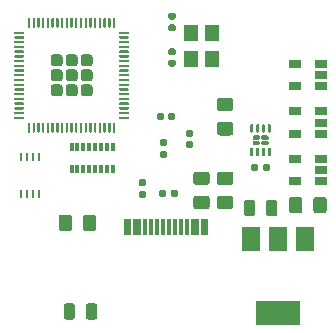
<source format=gbr>
%TF.GenerationSoftware,KiCad,Pcbnew,(5.1.6)-1*%
%TF.CreationDate,2021-01-25T15:06:37+00:00*%
%TF.ProjectId,OpenPnPVis,4f70656e-506e-4505-9669-732e6b696361,003*%
%TF.SameCoordinates,Original*%
%TF.FileFunction,Paste,Bot*%
%TF.FilePolarity,Positive*%
%FSLAX46Y46*%
G04 Gerber Fmt 4.6, Leading zero omitted, Abs format (unit mm)*
G04 Created by KiCad (PCBNEW (5.1.6)-1) date 2021-01-25 15:06:37*
%MOMM*%
%LPD*%
G01*
G04 APERTURE LIST*
%ADD10R,0.250000X0.750000*%
%ADD11R,0.300000X1.450000*%
%ADD12R,1.200000X1.400000*%
%ADD13R,1.060000X0.650000*%
%ADD14R,1.500000X2.000000*%
%ADD15R,3.800000X2.000000*%
%ADD16R,0.300000X0.800000*%
G04 APERTURE END LIST*
D10*
%TO.C,U8*%
X76750000Y-102850000D03*
X77250000Y-102850000D03*
X77750000Y-102850000D03*
X78250000Y-102850000D03*
X78250000Y-99750000D03*
X77750000Y-99750000D03*
X77250000Y-99750000D03*
X76750000Y-99750000D03*
%TD*%
%TO.C,U4*%
G36*
G01*
X97165000Y-98345000D02*
X97585000Y-98345000D01*
G75*
G02*
X97675000Y-98435000I0J-90000D01*
G01*
X97675000Y-98615000D01*
G75*
G02*
X97585000Y-98705000I-90000J0D01*
G01*
X97165000Y-98705000D01*
G75*
G02*
X97075000Y-98615000I0J90000D01*
G01*
X97075000Y-98435000D01*
G75*
G02*
X97165000Y-98345000I90000J0D01*
G01*
G37*
G36*
G01*
X96415000Y-98345000D02*
X96835000Y-98345000D01*
G75*
G02*
X96925000Y-98435000I0J-90000D01*
G01*
X96925000Y-98615000D01*
G75*
G02*
X96835000Y-98705000I-90000J0D01*
G01*
X96415000Y-98705000D01*
G75*
G02*
X96325000Y-98615000I0J90000D01*
G01*
X96325000Y-98435000D01*
G75*
G02*
X96415000Y-98345000I90000J0D01*
G01*
G37*
G36*
G01*
X97165000Y-97895000D02*
X97585000Y-97895000D01*
G75*
G02*
X97675000Y-97985000I0J-90000D01*
G01*
X97675000Y-98165000D01*
G75*
G02*
X97585000Y-98255000I-90000J0D01*
G01*
X97165000Y-98255000D01*
G75*
G02*
X97075000Y-98165000I0J90000D01*
G01*
X97075000Y-97985000D01*
G75*
G02*
X97165000Y-97895000I90000J0D01*
G01*
G37*
G36*
G01*
X96415000Y-97895000D02*
X96835000Y-97895000D01*
G75*
G02*
X96925000Y-97985000I0J-90000D01*
G01*
X96925000Y-98165000D01*
G75*
G02*
X96835000Y-98255000I-90000J0D01*
G01*
X96415000Y-98255000D01*
G75*
G02*
X96325000Y-98165000I0J90000D01*
G01*
X96325000Y-97985000D01*
G75*
G02*
X96415000Y-97895000I90000J0D01*
G01*
G37*
G36*
G01*
X96187500Y-98950000D02*
X96312500Y-98950000D01*
G75*
G02*
X96375000Y-99012500I0J-62500D01*
G01*
X96375000Y-99587500D01*
G75*
G02*
X96312500Y-99650000I-62500J0D01*
G01*
X96187500Y-99650000D01*
G75*
G02*
X96125000Y-99587500I0J62500D01*
G01*
X96125000Y-99012500D01*
G75*
G02*
X96187500Y-98950000I62500J0D01*
G01*
G37*
G36*
G01*
X96687500Y-98950000D02*
X96812500Y-98950000D01*
G75*
G02*
X96875000Y-99012500I0J-62500D01*
G01*
X96875000Y-99587500D01*
G75*
G02*
X96812500Y-99650000I-62500J0D01*
G01*
X96687500Y-99650000D01*
G75*
G02*
X96625000Y-99587500I0J62500D01*
G01*
X96625000Y-99012500D01*
G75*
G02*
X96687500Y-98950000I62500J0D01*
G01*
G37*
G36*
G01*
X97187500Y-98950000D02*
X97312500Y-98950000D01*
G75*
G02*
X97375000Y-99012500I0J-62500D01*
G01*
X97375000Y-99587500D01*
G75*
G02*
X97312500Y-99650000I-62500J0D01*
G01*
X97187500Y-99650000D01*
G75*
G02*
X97125000Y-99587500I0J62500D01*
G01*
X97125000Y-99012500D01*
G75*
G02*
X97187500Y-98950000I62500J0D01*
G01*
G37*
G36*
G01*
X97687500Y-98950000D02*
X97812500Y-98950000D01*
G75*
G02*
X97875000Y-99012500I0J-62500D01*
G01*
X97875000Y-99587500D01*
G75*
G02*
X97812500Y-99650000I-62500J0D01*
G01*
X97687500Y-99650000D01*
G75*
G02*
X97625000Y-99587500I0J62500D01*
G01*
X97625000Y-99012500D01*
G75*
G02*
X97687500Y-98950000I62500J0D01*
G01*
G37*
G36*
G01*
X97687500Y-96950000D02*
X97812500Y-96950000D01*
G75*
G02*
X97875000Y-97012500I0J-62500D01*
G01*
X97875000Y-97587500D01*
G75*
G02*
X97812500Y-97650000I-62500J0D01*
G01*
X97687500Y-97650000D01*
G75*
G02*
X97625000Y-97587500I0J62500D01*
G01*
X97625000Y-97012500D01*
G75*
G02*
X97687500Y-96950000I62500J0D01*
G01*
G37*
G36*
G01*
X97187500Y-96950000D02*
X97312500Y-96950000D01*
G75*
G02*
X97375000Y-97012500I0J-62500D01*
G01*
X97375000Y-97587500D01*
G75*
G02*
X97312500Y-97650000I-62500J0D01*
G01*
X97187500Y-97650000D01*
G75*
G02*
X97125000Y-97587500I0J62500D01*
G01*
X97125000Y-97012500D01*
G75*
G02*
X97187500Y-96950000I62500J0D01*
G01*
G37*
G36*
G01*
X96687500Y-96950000D02*
X96812500Y-96950000D01*
G75*
G02*
X96875000Y-97012500I0J-62500D01*
G01*
X96875000Y-97587500D01*
G75*
G02*
X96812500Y-97650000I-62500J0D01*
G01*
X96687500Y-97650000D01*
G75*
G02*
X96625000Y-97587500I0J62500D01*
G01*
X96625000Y-97012500D01*
G75*
G02*
X96687500Y-96950000I62500J0D01*
G01*
G37*
G36*
G01*
X96187500Y-96950000D02*
X96312500Y-96950000D01*
G75*
G02*
X96375000Y-97012500I0J-62500D01*
G01*
X96375000Y-97587500D01*
G75*
G02*
X96312500Y-97650000I-62500J0D01*
G01*
X96187500Y-97650000D01*
G75*
G02*
X96125000Y-97587500I0J62500D01*
G01*
X96125000Y-97012500D01*
G75*
G02*
X96187500Y-96950000I62500J0D01*
G01*
G37*
%TD*%
%TO.C,R1*%
G36*
G01*
X96810000Y-100427500D02*
X96810000Y-100772500D01*
G75*
G02*
X96662500Y-100920000I-147500J0D01*
G01*
X96367500Y-100920000D01*
G75*
G02*
X96220000Y-100772500I0J147500D01*
G01*
X96220000Y-100427500D01*
G75*
G02*
X96367500Y-100280000I147500J0D01*
G01*
X96662500Y-100280000D01*
G75*
G02*
X96810000Y-100427500I0J-147500D01*
G01*
G37*
G36*
G01*
X97780000Y-100427500D02*
X97780000Y-100772500D01*
G75*
G02*
X97632500Y-100920000I-147500J0D01*
G01*
X97337500Y-100920000D01*
G75*
G02*
X97190000Y-100772500I0J147500D01*
G01*
X97190000Y-100427500D01*
G75*
G02*
X97337500Y-100280000I147500J0D01*
G01*
X97632500Y-100280000D01*
G75*
G02*
X97780000Y-100427500I0J-147500D01*
G01*
G37*
%TD*%
D11*
%TO.C,J4*%
X85600000Y-105605000D03*
X85900000Y-105605000D03*
X86400000Y-105605000D03*
X86700000Y-105605000D03*
X91300000Y-105605000D03*
X91600000Y-105605000D03*
X92400000Y-105605000D03*
X92100000Y-105605000D03*
X90750000Y-105605000D03*
X87250000Y-105605000D03*
X90250000Y-105605000D03*
X87750000Y-105605000D03*
X89750000Y-105605000D03*
X88250000Y-105605000D03*
X88750000Y-105605000D03*
X89250000Y-105605000D03*
%TD*%
%TO.C,C7*%
G36*
G01*
X81050000Y-104849999D02*
X81050000Y-105750001D01*
G75*
G02*
X80800001Y-106000000I-249999J0D01*
G01*
X80149999Y-106000000D01*
G75*
G02*
X79900000Y-105750001I0J249999D01*
G01*
X79900000Y-104849999D01*
G75*
G02*
X80149999Y-104600000I249999J0D01*
G01*
X80800001Y-104600000D01*
G75*
G02*
X81050000Y-104849999I0J-249999D01*
G01*
G37*
G36*
G01*
X83100000Y-104849999D02*
X83100000Y-105750001D01*
G75*
G02*
X82850001Y-106000000I-249999J0D01*
G01*
X82199999Y-106000000D01*
G75*
G02*
X81950000Y-105750001I0J249999D01*
G01*
X81950000Y-104849999D01*
G75*
G02*
X82199999Y-104600000I249999J0D01*
G01*
X82850001Y-104600000D01*
G75*
G02*
X83100000Y-104849999I0J-249999D01*
G01*
G37*
%TD*%
D12*
%TO.C,Y1*%
X92850000Y-91400000D03*
X92850000Y-89200000D03*
X91150000Y-89200000D03*
X91150000Y-91400000D03*
%TD*%
D13*
%TO.C,U10*%
X99900000Y-99850000D03*
X99900000Y-101750000D03*
X102100000Y-101750000D03*
X102100000Y-100800000D03*
X102100000Y-99850000D03*
%TD*%
%TO.C,U9*%
X99900000Y-95850000D03*
X99900000Y-97750000D03*
X102100000Y-97750000D03*
X102100000Y-96800000D03*
X102100000Y-95850000D03*
%TD*%
%TO.C,U7*%
X99900000Y-91850000D03*
X99900000Y-93750000D03*
X102100000Y-93750000D03*
X102100000Y-92800000D03*
X102100000Y-91850000D03*
%TD*%
%TO.C,U3*%
G36*
G01*
X82009999Y-93560000D02*
X82530001Y-93560000D01*
G75*
G02*
X82780000Y-93809999I0J-249999D01*
G01*
X82780000Y-94330001D01*
G75*
G02*
X82530001Y-94580000I-249999J0D01*
G01*
X82009999Y-94580000D01*
G75*
G02*
X81760000Y-94330001I0J249999D01*
G01*
X81760000Y-93809999D01*
G75*
G02*
X82009999Y-93560000I249999J0D01*
G01*
G37*
G36*
G01*
X80739999Y-93560000D02*
X81260001Y-93560000D01*
G75*
G02*
X81510000Y-93809999I0J-249999D01*
G01*
X81510000Y-94330001D01*
G75*
G02*
X81260001Y-94580000I-249999J0D01*
G01*
X80739999Y-94580000D01*
G75*
G02*
X80490000Y-94330001I0J249999D01*
G01*
X80490000Y-93809999D01*
G75*
G02*
X80739999Y-93560000I249999J0D01*
G01*
G37*
G36*
G01*
X79469999Y-93560000D02*
X79990001Y-93560000D01*
G75*
G02*
X80240000Y-93809999I0J-249999D01*
G01*
X80240000Y-94330001D01*
G75*
G02*
X79990001Y-94580000I-249999J0D01*
G01*
X79469999Y-94580000D01*
G75*
G02*
X79220000Y-94330001I0J249999D01*
G01*
X79220000Y-93809999D01*
G75*
G02*
X79469999Y-93560000I249999J0D01*
G01*
G37*
G36*
G01*
X82009999Y-92290000D02*
X82530001Y-92290000D01*
G75*
G02*
X82780000Y-92539999I0J-249999D01*
G01*
X82780000Y-93060001D01*
G75*
G02*
X82530001Y-93310000I-249999J0D01*
G01*
X82009999Y-93310000D01*
G75*
G02*
X81760000Y-93060001I0J249999D01*
G01*
X81760000Y-92539999D01*
G75*
G02*
X82009999Y-92290000I249999J0D01*
G01*
G37*
G36*
G01*
X80739999Y-92290000D02*
X81260001Y-92290000D01*
G75*
G02*
X81510000Y-92539999I0J-249999D01*
G01*
X81510000Y-93060001D01*
G75*
G02*
X81260001Y-93310000I-249999J0D01*
G01*
X80739999Y-93310000D01*
G75*
G02*
X80490000Y-93060001I0J249999D01*
G01*
X80490000Y-92539999D01*
G75*
G02*
X80739999Y-92290000I249999J0D01*
G01*
G37*
G36*
G01*
X79469999Y-92290000D02*
X79990001Y-92290000D01*
G75*
G02*
X80240000Y-92539999I0J-249999D01*
G01*
X80240000Y-93060001D01*
G75*
G02*
X79990001Y-93310000I-249999J0D01*
G01*
X79469999Y-93310000D01*
G75*
G02*
X79220000Y-93060001I0J249999D01*
G01*
X79220000Y-92539999D01*
G75*
G02*
X79469999Y-92290000I249999J0D01*
G01*
G37*
G36*
G01*
X82009999Y-91020000D02*
X82530001Y-91020000D01*
G75*
G02*
X82780000Y-91269999I0J-249999D01*
G01*
X82780000Y-91790001D01*
G75*
G02*
X82530001Y-92040000I-249999J0D01*
G01*
X82009999Y-92040000D01*
G75*
G02*
X81760000Y-91790001I0J249999D01*
G01*
X81760000Y-91269999D01*
G75*
G02*
X82009999Y-91020000I249999J0D01*
G01*
G37*
G36*
G01*
X80739999Y-91020000D02*
X81260001Y-91020000D01*
G75*
G02*
X81510000Y-91269999I0J-249999D01*
G01*
X81510000Y-91790001D01*
G75*
G02*
X81260001Y-92040000I-249999J0D01*
G01*
X80739999Y-92040000D01*
G75*
G02*
X80490000Y-91790001I0J249999D01*
G01*
X80490000Y-91269999D01*
G75*
G02*
X80739999Y-91020000I249999J0D01*
G01*
G37*
G36*
G01*
X79469999Y-91020000D02*
X79990001Y-91020000D01*
G75*
G02*
X80240000Y-91269999I0J-249999D01*
G01*
X80240000Y-91790001D01*
G75*
G02*
X79990001Y-92040000I-249999J0D01*
G01*
X79469999Y-92040000D01*
G75*
G02*
X79220000Y-91790001I0J249999D01*
G01*
X79220000Y-91269999D01*
G75*
G02*
X79469999Y-91020000I249999J0D01*
G01*
G37*
G36*
G01*
X76200000Y-89100000D02*
X76925000Y-89100000D01*
G75*
G02*
X76975000Y-89150000I0J-50000D01*
G01*
X76975000Y-89250000D01*
G75*
G02*
X76925000Y-89300000I-50000J0D01*
G01*
X76200000Y-89300000D01*
G75*
G02*
X76150000Y-89250000I0J50000D01*
G01*
X76150000Y-89150000D01*
G75*
G02*
X76200000Y-89100000I50000J0D01*
G01*
G37*
G36*
G01*
X76200000Y-89500000D02*
X76925000Y-89500000D01*
G75*
G02*
X76975000Y-89550000I0J-50000D01*
G01*
X76975000Y-89650000D01*
G75*
G02*
X76925000Y-89700000I-50000J0D01*
G01*
X76200000Y-89700000D01*
G75*
G02*
X76150000Y-89650000I0J50000D01*
G01*
X76150000Y-89550000D01*
G75*
G02*
X76200000Y-89500000I50000J0D01*
G01*
G37*
G36*
G01*
X76200000Y-89900000D02*
X76925000Y-89900000D01*
G75*
G02*
X76975000Y-89950000I0J-50000D01*
G01*
X76975000Y-90050000D01*
G75*
G02*
X76925000Y-90100000I-50000J0D01*
G01*
X76200000Y-90100000D01*
G75*
G02*
X76150000Y-90050000I0J50000D01*
G01*
X76150000Y-89950000D01*
G75*
G02*
X76200000Y-89900000I50000J0D01*
G01*
G37*
G36*
G01*
X76200000Y-90300000D02*
X76925000Y-90300000D01*
G75*
G02*
X76975000Y-90350000I0J-50000D01*
G01*
X76975000Y-90450000D01*
G75*
G02*
X76925000Y-90500000I-50000J0D01*
G01*
X76200000Y-90500000D01*
G75*
G02*
X76150000Y-90450000I0J50000D01*
G01*
X76150000Y-90350000D01*
G75*
G02*
X76200000Y-90300000I50000J0D01*
G01*
G37*
G36*
G01*
X76200000Y-90700000D02*
X76925000Y-90700000D01*
G75*
G02*
X76975000Y-90750000I0J-50000D01*
G01*
X76975000Y-90850000D01*
G75*
G02*
X76925000Y-90900000I-50000J0D01*
G01*
X76200000Y-90900000D01*
G75*
G02*
X76150000Y-90850000I0J50000D01*
G01*
X76150000Y-90750000D01*
G75*
G02*
X76200000Y-90700000I50000J0D01*
G01*
G37*
G36*
G01*
X76200000Y-91100000D02*
X76925000Y-91100000D01*
G75*
G02*
X76975000Y-91150000I0J-50000D01*
G01*
X76975000Y-91250000D01*
G75*
G02*
X76925000Y-91300000I-50000J0D01*
G01*
X76200000Y-91300000D01*
G75*
G02*
X76150000Y-91250000I0J50000D01*
G01*
X76150000Y-91150000D01*
G75*
G02*
X76200000Y-91100000I50000J0D01*
G01*
G37*
G36*
G01*
X76200000Y-91500000D02*
X76925000Y-91500000D01*
G75*
G02*
X76975000Y-91550000I0J-50000D01*
G01*
X76975000Y-91650000D01*
G75*
G02*
X76925000Y-91700000I-50000J0D01*
G01*
X76200000Y-91700000D01*
G75*
G02*
X76150000Y-91650000I0J50000D01*
G01*
X76150000Y-91550000D01*
G75*
G02*
X76200000Y-91500000I50000J0D01*
G01*
G37*
G36*
G01*
X76200000Y-91900000D02*
X76925000Y-91900000D01*
G75*
G02*
X76975000Y-91950000I0J-50000D01*
G01*
X76975000Y-92050000D01*
G75*
G02*
X76925000Y-92100000I-50000J0D01*
G01*
X76200000Y-92100000D01*
G75*
G02*
X76150000Y-92050000I0J50000D01*
G01*
X76150000Y-91950000D01*
G75*
G02*
X76200000Y-91900000I50000J0D01*
G01*
G37*
G36*
G01*
X76200000Y-92300000D02*
X76925000Y-92300000D01*
G75*
G02*
X76975000Y-92350000I0J-50000D01*
G01*
X76975000Y-92450000D01*
G75*
G02*
X76925000Y-92500000I-50000J0D01*
G01*
X76200000Y-92500000D01*
G75*
G02*
X76150000Y-92450000I0J50000D01*
G01*
X76150000Y-92350000D01*
G75*
G02*
X76200000Y-92300000I50000J0D01*
G01*
G37*
G36*
G01*
X76200000Y-92700000D02*
X76925000Y-92700000D01*
G75*
G02*
X76975000Y-92750000I0J-50000D01*
G01*
X76975000Y-92850000D01*
G75*
G02*
X76925000Y-92900000I-50000J0D01*
G01*
X76200000Y-92900000D01*
G75*
G02*
X76150000Y-92850000I0J50000D01*
G01*
X76150000Y-92750000D01*
G75*
G02*
X76200000Y-92700000I50000J0D01*
G01*
G37*
G36*
G01*
X76200000Y-93100000D02*
X76925000Y-93100000D01*
G75*
G02*
X76975000Y-93150000I0J-50000D01*
G01*
X76975000Y-93250000D01*
G75*
G02*
X76925000Y-93300000I-50000J0D01*
G01*
X76200000Y-93300000D01*
G75*
G02*
X76150000Y-93250000I0J50000D01*
G01*
X76150000Y-93150000D01*
G75*
G02*
X76200000Y-93100000I50000J0D01*
G01*
G37*
G36*
G01*
X76200000Y-93500000D02*
X76925000Y-93500000D01*
G75*
G02*
X76975000Y-93550000I0J-50000D01*
G01*
X76975000Y-93650000D01*
G75*
G02*
X76925000Y-93700000I-50000J0D01*
G01*
X76200000Y-93700000D01*
G75*
G02*
X76150000Y-93650000I0J50000D01*
G01*
X76150000Y-93550000D01*
G75*
G02*
X76200000Y-93500000I50000J0D01*
G01*
G37*
G36*
G01*
X76200000Y-93900000D02*
X76925000Y-93900000D01*
G75*
G02*
X76975000Y-93950000I0J-50000D01*
G01*
X76975000Y-94050000D01*
G75*
G02*
X76925000Y-94100000I-50000J0D01*
G01*
X76200000Y-94100000D01*
G75*
G02*
X76150000Y-94050000I0J50000D01*
G01*
X76150000Y-93950000D01*
G75*
G02*
X76200000Y-93900000I50000J0D01*
G01*
G37*
G36*
G01*
X76200000Y-94300000D02*
X76925000Y-94300000D01*
G75*
G02*
X76975000Y-94350000I0J-50000D01*
G01*
X76975000Y-94450000D01*
G75*
G02*
X76925000Y-94500000I-50000J0D01*
G01*
X76200000Y-94500000D01*
G75*
G02*
X76150000Y-94450000I0J50000D01*
G01*
X76150000Y-94350000D01*
G75*
G02*
X76200000Y-94300000I50000J0D01*
G01*
G37*
G36*
G01*
X76200000Y-94700000D02*
X76925000Y-94700000D01*
G75*
G02*
X76975000Y-94750000I0J-50000D01*
G01*
X76975000Y-94850000D01*
G75*
G02*
X76925000Y-94900000I-50000J0D01*
G01*
X76200000Y-94900000D01*
G75*
G02*
X76150000Y-94850000I0J50000D01*
G01*
X76150000Y-94750000D01*
G75*
G02*
X76200000Y-94700000I50000J0D01*
G01*
G37*
G36*
G01*
X76200000Y-95100000D02*
X76925000Y-95100000D01*
G75*
G02*
X76975000Y-95150000I0J-50000D01*
G01*
X76975000Y-95250000D01*
G75*
G02*
X76925000Y-95300000I-50000J0D01*
G01*
X76200000Y-95300000D01*
G75*
G02*
X76150000Y-95250000I0J50000D01*
G01*
X76150000Y-95150000D01*
G75*
G02*
X76200000Y-95100000I50000J0D01*
G01*
G37*
G36*
G01*
X76200000Y-95500000D02*
X76925000Y-95500000D01*
G75*
G02*
X76975000Y-95550000I0J-50000D01*
G01*
X76975000Y-95650000D01*
G75*
G02*
X76925000Y-95700000I-50000J0D01*
G01*
X76200000Y-95700000D01*
G75*
G02*
X76150000Y-95650000I0J50000D01*
G01*
X76150000Y-95550000D01*
G75*
G02*
X76200000Y-95500000I50000J0D01*
G01*
G37*
G36*
G01*
X76200000Y-95900000D02*
X76925000Y-95900000D01*
G75*
G02*
X76975000Y-95950000I0J-50000D01*
G01*
X76975000Y-96050000D01*
G75*
G02*
X76925000Y-96100000I-50000J0D01*
G01*
X76200000Y-96100000D01*
G75*
G02*
X76150000Y-96050000I0J50000D01*
G01*
X76150000Y-95950000D01*
G75*
G02*
X76200000Y-95900000I50000J0D01*
G01*
G37*
G36*
G01*
X76200000Y-96300000D02*
X76925000Y-96300000D01*
G75*
G02*
X76975000Y-96350000I0J-50000D01*
G01*
X76975000Y-96450000D01*
G75*
G02*
X76925000Y-96500000I-50000J0D01*
G01*
X76200000Y-96500000D01*
G75*
G02*
X76150000Y-96450000I0J50000D01*
G01*
X76150000Y-96350000D01*
G75*
G02*
X76200000Y-96300000I50000J0D01*
G01*
G37*
G36*
G01*
X77350000Y-96825000D02*
X77450000Y-96825000D01*
G75*
G02*
X77500000Y-96875000I0J-50000D01*
G01*
X77500000Y-97600000D01*
G75*
G02*
X77450000Y-97650000I-50000J0D01*
G01*
X77350000Y-97650000D01*
G75*
G02*
X77300000Y-97600000I0J50000D01*
G01*
X77300000Y-96875000D01*
G75*
G02*
X77350000Y-96825000I50000J0D01*
G01*
G37*
G36*
G01*
X77750000Y-96825000D02*
X77850000Y-96825000D01*
G75*
G02*
X77900000Y-96875000I0J-50000D01*
G01*
X77900000Y-97600000D01*
G75*
G02*
X77850000Y-97650000I-50000J0D01*
G01*
X77750000Y-97650000D01*
G75*
G02*
X77700000Y-97600000I0J50000D01*
G01*
X77700000Y-96875000D01*
G75*
G02*
X77750000Y-96825000I50000J0D01*
G01*
G37*
G36*
G01*
X78150000Y-96825000D02*
X78250000Y-96825000D01*
G75*
G02*
X78300000Y-96875000I0J-50000D01*
G01*
X78300000Y-97600000D01*
G75*
G02*
X78250000Y-97650000I-50000J0D01*
G01*
X78150000Y-97650000D01*
G75*
G02*
X78100000Y-97600000I0J50000D01*
G01*
X78100000Y-96875000D01*
G75*
G02*
X78150000Y-96825000I50000J0D01*
G01*
G37*
G36*
G01*
X78550000Y-96825000D02*
X78650000Y-96825000D01*
G75*
G02*
X78700000Y-96875000I0J-50000D01*
G01*
X78700000Y-97600000D01*
G75*
G02*
X78650000Y-97650000I-50000J0D01*
G01*
X78550000Y-97650000D01*
G75*
G02*
X78500000Y-97600000I0J50000D01*
G01*
X78500000Y-96875000D01*
G75*
G02*
X78550000Y-96825000I50000J0D01*
G01*
G37*
G36*
G01*
X78950000Y-96825000D02*
X79050000Y-96825000D01*
G75*
G02*
X79100000Y-96875000I0J-50000D01*
G01*
X79100000Y-97600000D01*
G75*
G02*
X79050000Y-97650000I-50000J0D01*
G01*
X78950000Y-97650000D01*
G75*
G02*
X78900000Y-97600000I0J50000D01*
G01*
X78900000Y-96875000D01*
G75*
G02*
X78950000Y-96825000I50000J0D01*
G01*
G37*
G36*
G01*
X79350000Y-96825000D02*
X79450000Y-96825000D01*
G75*
G02*
X79500000Y-96875000I0J-50000D01*
G01*
X79500000Y-97600000D01*
G75*
G02*
X79450000Y-97650000I-50000J0D01*
G01*
X79350000Y-97650000D01*
G75*
G02*
X79300000Y-97600000I0J50000D01*
G01*
X79300000Y-96875000D01*
G75*
G02*
X79350000Y-96825000I50000J0D01*
G01*
G37*
G36*
G01*
X79750000Y-96825000D02*
X79850000Y-96825000D01*
G75*
G02*
X79900000Y-96875000I0J-50000D01*
G01*
X79900000Y-97600000D01*
G75*
G02*
X79850000Y-97650000I-50000J0D01*
G01*
X79750000Y-97650000D01*
G75*
G02*
X79700000Y-97600000I0J50000D01*
G01*
X79700000Y-96875000D01*
G75*
G02*
X79750000Y-96825000I50000J0D01*
G01*
G37*
G36*
G01*
X80150000Y-96825000D02*
X80250000Y-96825000D01*
G75*
G02*
X80300000Y-96875000I0J-50000D01*
G01*
X80300000Y-97600000D01*
G75*
G02*
X80250000Y-97650000I-50000J0D01*
G01*
X80150000Y-97650000D01*
G75*
G02*
X80100000Y-97600000I0J50000D01*
G01*
X80100000Y-96875000D01*
G75*
G02*
X80150000Y-96825000I50000J0D01*
G01*
G37*
G36*
G01*
X80550000Y-96825000D02*
X80650000Y-96825000D01*
G75*
G02*
X80700000Y-96875000I0J-50000D01*
G01*
X80700000Y-97600000D01*
G75*
G02*
X80650000Y-97650000I-50000J0D01*
G01*
X80550000Y-97650000D01*
G75*
G02*
X80500000Y-97600000I0J50000D01*
G01*
X80500000Y-96875000D01*
G75*
G02*
X80550000Y-96825000I50000J0D01*
G01*
G37*
G36*
G01*
X80950000Y-96825000D02*
X81050000Y-96825000D01*
G75*
G02*
X81100000Y-96875000I0J-50000D01*
G01*
X81100000Y-97600000D01*
G75*
G02*
X81050000Y-97650000I-50000J0D01*
G01*
X80950000Y-97650000D01*
G75*
G02*
X80900000Y-97600000I0J50000D01*
G01*
X80900000Y-96875000D01*
G75*
G02*
X80950000Y-96825000I50000J0D01*
G01*
G37*
G36*
G01*
X81350000Y-96825000D02*
X81450000Y-96825000D01*
G75*
G02*
X81500000Y-96875000I0J-50000D01*
G01*
X81500000Y-97600000D01*
G75*
G02*
X81450000Y-97650000I-50000J0D01*
G01*
X81350000Y-97650000D01*
G75*
G02*
X81300000Y-97600000I0J50000D01*
G01*
X81300000Y-96875000D01*
G75*
G02*
X81350000Y-96825000I50000J0D01*
G01*
G37*
G36*
G01*
X81750000Y-96825000D02*
X81850000Y-96825000D01*
G75*
G02*
X81900000Y-96875000I0J-50000D01*
G01*
X81900000Y-97600000D01*
G75*
G02*
X81850000Y-97650000I-50000J0D01*
G01*
X81750000Y-97650000D01*
G75*
G02*
X81700000Y-97600000I0J50000D01*
G01*
X81700000Y-96875000D01*
G75*
G02*
X81750000Y-96825000I50000J0D01*
G01*
G37*
G36*
G01*
X82150000Y-96825000D02*
X82250000Y-96825000D01*
G75*
G02*
X82300000Y-96875000I0J-50000D01*
G01*
X82300000Y-97600000D01*
G75*
G02*
X82250000Y-97650000I-50000J0D01*
G01*
X82150000Y-97650000D01*
G75*
G02*
X82100000Y-97600000I0J50000D01*
G01*
X82100000Y-96875000D01*
G75*
G02*
X82150000Y-96825000I50000J0D01*
G01*
G37*
G36*
G01*
X82550000Y-96825000D02*
X82650000Y-96825000D01*
G75*
G02*
X82700000Y-96875000I0J-50000D01*
G01*
X82700000Y-97600000D01*
G75*
G02*
X82650000Y-97650000I-50000J0D01*
G01*
X82550000Y-97650000D01*
G75*
G02*
X82500000Y-97600000I0J50000D01*
G01*
X82500000Y-96875000D01*
G75*
G02*
X82550000Y-96825000I50000J0D01*
G01*
G37*
G36*
G01*
X82950000Y-96825000D02*
X83050000Y-96825000D01*
G75*
G02*
X83100000Y-96875000I0J-50000D01*
G01*
X83100000Y-97600000D01*
G75*
G02*
X83050000Y-97650000I-50000J0D01*
G01*
X82950000Y-97650000D01*
G75*
G02*
X82900000Y-97600000I0J50000D01*
G01*
X82900000Y-96875000D01*
G75*
G02*
X82950000Y-96825000I50000J0D01*
G01*
G37*
G36*
G01*
X83350000Y-96825000D02*
X83450000Y-96825000D01*
G75*
G02*
X83500000Y-96875000I0J-50000D01*
G01*
X83500000Y-97600000D01*
G75*
G02*
X83450000Y-97650000I-50000J0D01*
G01*
X83350000Y-97650000D01*
G75*
G02*
X83300000Y-97600000I0J50000D01*
G01*
X83300000Y-96875000D01*
G75*
G02*
X83350000Y-96825000I50000J0D01*
G01*
G37*
G36*
G01*
X83750000Y-96825000D02*
X83850000Y-96825000D01*
G75*
G02*
X83900000Y-96875000I0J-50000D01*
G01*
X83900000Y-97600000D01*
G75*
G02*
X83850000Y-97650000I-50000J0D01*
G01*
X83750000Y-97650000D01*
G75*
G02*
X83700000Y-97600000I0J50000D01*
G01*
X83700000Y-96875000D01*
G75*
G02*
X83750000Y-96825000I50000J0D01*
G01*
G37*
G36*
G01*
X84150000Y-96825000D02*
X84250000Y-96825000D01*
G75*
G02*
X84300000Y-96875000I0J-50000D01*
G01*
X84300000Y-97600000D01*
G75*
G02*
X84250000Y-97650000I-50000J0D01*
G01*
X84150000Y-97650000D01*
G75*
G02*
X84100000Y-97600000I0J50000D01*
G01*
X84100000Y-96875000D01*
G75*
G02*
X84150000Y-96825000I50000J0D01*
G01*
G37*
G36*
G01*
X84550000Y-96825000D02*
X84650000Y-96825000D01*
G75*
G02*
X84700000Y-96875000I0J-50000D01*
G01*
X84700000Y-97600000D01*
G75*
G02*
X84650000Y-97650000I-50000J0D01*
G01*
X84550000Y-97650000D01*
G75*
G02*
X84500000Y-97600000I0J50000D01*
G01*
X84500000Y-96875000D01*
G75*
G02*
X84550000Y-96825000I50000J0D01*
G01*
G37*
G36*
G01*
X85075000Y-96300000D02*
X85800000Y-96300000D01*
G75*
G02*
X85850000Y-96350000I0J-50000D01*
G01*
X85850000Y-96450000D01*
G75*
G02*
X85800000Y-96500000I-50000J0D01*
G01*
X85075000Y-96500000D01*
G75*
G02*
X85025000Y-96450000I0J50000D01*
G01*
X85025000Y-96350000D01*
G75*
G02*
X85075000Y-96300000I50000J0D01*
G01*
G37*
G36*
G01*
X85075000Y-95900000D02*
X85800000Y-95900000D01*
G75*
G02*
X85850000Y-95950000I0J-50000D01*
G01*
X85850000Y-96050000D01*
G75*
G02*
X85800000Y-96100000I-50000J0D01*
G01*
X85075000Y-96100000D01*
G75*
G02*
X85025000Y-96050000I0J50000D01*
G01*
X85025000Y-95950000D01*
G75*
G02*
X85075000Y-95900000I50000J0D01*
G01*
G37*
G36*
G01*
X85075000Y-95500000D02*
X85800000Y-95500000D01*
G75*
G02*
X85850000Y-95550000I0J-50000D01*
G01*
X85850000Y-95650000D01*
G75*
G02*
X85800000Y-95700000I-50000J0D01*
G01*
X85075000Y-95700000D01*
G75*
G02*
X85025000Y-95650000I0J50000D01*
G01*
X85025000Y-95550000D01*
G75*
G02*
X85075000Y-95500000I50000J0D01*
G01*
G37*
G36*
G01*
X85075000Y-95100000D02*
X85800000Y-95100000D01*
G75*
G02*
X85850000Y-95150000I0J-50000D01*
G01*
X85850000Y-95250000D01*
G75*
G02*
X85800000Y-95300000I-50000J0D01*
G01*
X85075000Y-95300000D01*
G75*
G02*
X85025000Y-95250000I0J50000D01*
G01*
X85025000Y-95150000D01*
G75*
G02*
X85075000Y-95100000I50000J0D01*
G01*
G37*
G36*
G01*
X85075000Y-94700000D02*
X85800000Y-94700000D01*
G75*
G02*
X85850000Y-94750000I0J-50000D01*
G01*
X85850000Y-94850000D01*
G75*
G02*
X85800000Y-94900000I-50000J0D01*
G01*
X85075000Y-94900000D01*
G75*
G02*
X85025000Y-94850000I0J50000D01*
G01*
X85025000Y-94750000D01*
G75*
G02*
X85075000Y-94700000I50000J0D01*
G01*
G37*
G36*
G01*
X85075000Y-94300000D02*
X85800000Y-94300000D01*
G75*
G02*
X85850000Y-94350000I0J-50000D01*
G01*
X85850000Y-94450000D01*
G75*
G02*
X85800000Y-94500000I-50000J0D01*
G01*
X85075000Y-94500000D01*
G75*
G02*
X85025000Y-94450000I0J50000D01*
G01*
X85025000Y-94350000D01*
G75*
G02*
X85075000Y-94300000I50000J0D01*
G01*
G37*
G36*
G01*
X85075000Y-93900000D02*
X85800000Y-93900000D01*
G75*
G02*
X85850000Y-93950000I0J-50000D01*
G01*
X85850000Y-94050000D01*
G75*
G02*
X85800000Y-94100000I-50000J0D01*
G01*
X85075000Y-94100000D01*
G75*
G02*
X85025000Y-94050000I0J50000D01*
G01*
X85025000Y-93950000D01*
G75*
G02*
X85075000Y-93900000I50000J0D01*
G01*
G37*
G36*
G01*
X85075000Y-93500000D02*
X85800000Y-93500000D01*
G75*
G02*
X85850000Y-93550000I0J-50000D01*
G01*
X85850000Y-93650000D01*
G75*
G02*
X85800000Y-93700000I-50000J0D01*
G01*
X85075000Y-93700000D01*
G75*
G02*
X85025000Y-93650000I0J50000D01*
G01*
X85025000Y-93550000D01*
G75*
G02*
X85075000Y-93500000I50000J0D01*
G01*
G37*
G36*
G01*
X85075000Y-93100000D02*
X85800000Y-93100000D01*
G75*
G02*
X85850000Y-93150000I0J-50000D01*
G01*
X85850000Y-93250000D01*
G75*
G02*
X85800000Y-93300000I-50000J0D01*
G01*
X85075000Y-93300000D01*
G75*
G02*
X85025000Y-93250000I0J50000D01*
G01*
X85025000Y-93150000D01*
G75*
G02*
X85075000Y-93100000I50000J0D01*
G01*
G37*
G36*
G01*
X85075000Y-92700000D02*
X85800000Y-92700000D01*
G75*
G02*
X85850000Y-92750000I0J-50000D01*
G01*
X85850000Y-92850000D01*
G75*
G02*
X85800000Y-92900000I-50000J0D01*
G01*
X85075000Y-92900000D01*
G75*
G02*
X85025000Y-92850000I0J50000D01*
G01*
X85025000Y-92750000D01*
G75*
G02*
X85075000Y-92700000I50000J0D01*
G01*
G37*
G36*
G01*
X85075000Y-92300000D02*
X85800000Y-92300000D01*
G75*
G02*
X85850000Y-92350000I0J-50000D01*
G01*
X85850000Y-92450000D01*
G75*
G02*
X85800000Y-92500000I-50000J0D01*
G01*
X85075000Y-92500000D01*
G75*
G02*
X85025000Y-92450000I0J50000D01*
G01*
X85025000Y-92350000D01*
G75*
G02*
X85075000Y-92300000I50000J0D01*
G01*
G37*
G36*
G01*
X85075000Y-91900000D02*
X85800000Y-91900000D01*
G75*
G02*
X85850000Y-91950000I0J-50000D01*
G01*
X85850000Y-92050000D01*
G75*
G02*
X85800000Y-92100000I-50000J0D01*
G01*
X85075000Y-92100000D01*
G75*
G02*
X85025000Y-92050000I0J50000D01*
G01*
X85025000Y-91950000D01*
G75*
G02*
X85075000Y-91900000I50000J0D01*
G01*
G37*
G36*
G01*
X85075000Y-91500000D02*
X85800000Y-91500000D01*
G75*
G02*
X85850000Y-91550000I0J-50000D01*
G01*
X85850000Y-91650000D01*
G75*
G02*
X85800000Y-91700000I-50000J0D01*
G01*
X85075000Y-91700000D01*
G75*
G02*
X85025000Y-91650000I0J50000D01*
G01*
X85025000Y-91550000D01*
G75*
G02*
X85075000Y-91500000I50000J0D01*
G01*
G37*
G36*
G01*
X85075000Y-91100000D02*
X85800000Y-91100000D01*
G75*
G02*
X85850000Y-91150000I0J-50000D01*
G01*
X85850000Y-91250000D01*
G75*
G02*
X85800000Y-91300000I-50000J0D01*
G01*
X85075000Y-91300000D01*
G75*
G02*
X85025000Y-91250000I0J50000D01*
G01*
X85025000Y-91150000D01*
G75*
G02*
X85075000Y-91100000I50000J0D01*
G01*
G37*
G36*
G01*
X85075000Y-90700000D02*
X85800000Y-90700000D01*
G75*
G02*
X85850000Y-90750000I0J-50000D01*
G01*
X85850000Y-90850000D01*
G75*
G02*
X85800000Y-90900000I-50000J0D01*
G01*
X85075000Y-90900000D01*
G75*
G02*
X85025000Y-90850000I0J50000D01*
G01*
X85025000Y-90750000D01*
G75*
G02*
X85075000Y-90700000I50000J0D01*
G01*
G37*
G36*
G01*
X85075000Y-90300000D02*
X85800000Y-90300000D01*
G75*
G02*
X85850000Y-90350000I0J-50000D01*
G01*
X85850000Y-90450000D01*
G75*
G02*
X85800000Y-90500000I-50000J0D01*
G01*
X85075000Y-90500000D01*
G75*
G02*
X85025000Y-90450000I0J50000D01*
G01*
X85025000Y-90350000D01*
G75*
G02*
X85075000Y-90300000I50000J0D01*
G01*
G37*
G36*
G01*
X85075000Y-89900000D02*
X85800000Y-89900000D01*
G75*
G02*
X85850000Y-89950000I0J-50000D01*
G01*
X85850000Y-90050000D01*
G75*
G02*
X85800000Y-90100000I-50000J0D01*
G01*
X85075000Y-90100000D01*
G75*
G02*
X85025000Y-90050000I0J50000D01*
G01*
X85025000Y-89950000D01*
G75*
G02*
X85075000Y-89900000I50000J0D01*
G01*
G37*
G36*
G01*
X85075000Y-89500000D02*
X85800000Y-89500000D01*
G75*
G02*
X85850000Y-89550000I0J-50000D01*
G01*
X85850000Y-89650000D01*
G75*
G02*
X85800000Y-89700000I-50000J0D01*
G01*
X85075000Y-89700000D01*
G75*
G02*
X85025000Y-89650000I0J50000D01*
G01*
X85025000Y-89550000D01*
G75*
G02*
X85075000Y-89500000I50000J0D01*
G01*
G37*
G36*
G01*
X85075000Y-89100000D02*
X85800000Y-89100000D01*
G75*
G02*
X85850000Y-89150000I0J-50000D01*
G01*
X85850000Y-89250000D01*
G75*
G02*
X85800000Y-89300000I-50000J0D01*
G01*
X85075000Y-89300000D01*
G75*
G02*
X85025000Y-89250000I0J50000D01*
G01*
X85025000Y-89150000D01*
G75*
G02*
X85075000Y-89100000I50000J0D01*
G01*
G37*
G36*
G01*
X84550000Y-87950000D02*
X84650000Y-87950000D01*
G75*
G02*
X84700000Y-88000000I0J-50000D01*
G01*
X84700000Y-88725000D01*
G75*
G02*
X84650000Y-88775000I-50000J0D01*
G01*
X84550000Y-88775000D01*
G75*
G02*
X84500000Y-88725000I0J50000D01*
G01*
X84500000Y-88000000D01*
G75*
G02*
X84550000Y-87950000I50000J0D01*
G01*
G37*
G36*
G01*
X84150000Y-87950000D02*
X84250000Y-87950000D01*
G75*
G02*
X84300000Y-88000000I0J-50000D01*
G01*
X84300000Y-88725000D01*
G75*
G02*
X84250000Y-88775000I-50000J0D01*
G01*
X84150000Y-88775000D01*
G75*
G02*
X84100000Y-88725000I0J50000D01*
G01*
X84100000Y-88000000D01*
G75*
G02*
X84150000Y-87950000I50000J0D01*
G01*
G37*
G36*
G01*
X83750000Y-87950000D02*
X83850000Y-87950000D01*
G75*
G02*
X83900000Y-88000000I0J-50000D01*
G01*
X83900000Y-88725000D01*
G75*
G02*
X83850000Y-88775000I-50000J0D01*
G01*
X83750000Y-88775000D01*
G75*
G02*
X83700000Y-88725000I0J50000D01*
G01*
X83700000Y-88000000D01*
G75*
G02*
X83750000Y-87950000I50000J0D01*
G01*
G37*
G36*
G01*
X83350000Y-87950000D02*
X83450000Y-87950000D01*
G75*
G02*
X83500000Y-88000000I0J-50000D01*
G01*
X83500000Y-88725000D01*
G75*
G02*
X83450000Y-88775000I-50000J0D01*
G01*
X83350000Y-88775000D01*
G75*
G02*
X83300000Y-88725000I0J50000D01*
G01*
X83300000Y-88000000D01*
G75*
G02*
X83350000Y-87950000I50000J0D01*
G01*
G37*
G36*
G01*
X82950000Y-87950000D02*
X83050000Y-87950000D01*
G75*
G02*
X83100000Y-88000000I0J-50000D01*
G01*
X83100000Y-88725000D01*
G75*
G02*
X83050000Y-88775000I-50000J0D01*
G01*
X82950000Y-88775000D01*
G75*
G02*
X82900000Y-88725000I0J50000D01*
G01*
X82900000Y-88000000D01*
G75*
G02*
X82950000Y-87950000I50000J0D01*
G01*
G37*
G36*
G01*
X82550000Y-87950000D02*
X82650000Y-87950000D01*
G75*
G02*
X82700000Y-88000000I0J-50000D01*
G01*
X82700000Y-88725000D01*
G75*
G02*
X82650000Y-88775000I-50000J0D01*
G01*
X82550000Y-88775000D01*
G75*
G02*
X82500000Y-88725000I0J50000D01*
G01*
X82500000Y-88000000D01*
G75*
G02*
X82550000Y-87950000I50000J0D01*
G01*
G37*
G36*
G01*
X82150000Y-87950000D02*
X82250000Y-87950000D01*
G75*
G02*
X82300000Y-88000000I0J-50000D01*
G01*
X82300000Y-88725000D01*
G75*
G02*
X82250000Y-88775000I-50000J0D01*
G01*
X82150000Y-88775000D01*
G75*
G02*
X82100000Y-88725000I0J50000D01*
G01*
X82100000Y-88000000D01*
G75*
G02*
X82150000Y-87950000I50000J0D01*
G01*
G37*
G36*
G01*
X81750000Y-87950000D02*
X81850000Y-87950000D01*
G75*
G02*
X81900000Y-88000000I0J-50000D01*
G01*
X81900000Y-88725000D01*
G75*
G02*
X81850000Y-88775000I-50000J0D01*
G01*
X81750000Y-88775000D01*
G75*
G02*
X81700000Y-88725000I0J50000D01*
G01*
X81700000Y-88000000D01*
G75*
G02*
X81750000Y-87950000I50000J0D01*
G01*
G37*
G36*
G01*
X81350000Y-87950000D02*
X81450000Y-87950000D01*
G75*
G02*
X81500000Y-88000000I0J-50000D01*
G01*
X81500000Y-88725000D01*
G75*
G02*
X81450000Y-88775000I-50000J0D01*
G01*
X81350000Y-88775000D01*
G75*
G02*
X81300000Y-88725000I0J50000D01*
G01*
X81300000Y-88000000D01*
G75*
G02*
X81350000Y-87950000I50000J0D01*
G01*
G37*
G36*
G01*
X80950000Y-87950000D02*
X81050000Y-87950000D01*
G75*
G02*
X81100000Y-88000000I0J-50000D01*
G01*
X81100000Y-88725000D01*
G75*
G02*
X81050000Y-88775000I-50000J0D01*
G01*
X80950000Y-88775000D01*
G75*
G02*
X80900000Y-88725000I0J50000D01*
G01*
X80900000Y-88000000D01*
G75*
G02*
X80950000Y-87950000I50000J0D01*
G01*
G37*
G36*
G01*
X80550000Y-87950000D02*
X80650000Y-87950000D01*
G75*
G02*
X80700000Y-88000000I0J-50000D01*
G01*
X80700000Y-88725000D01*
G75*
G02*
X80650000Y-88775000I-50000J0D01*
G01*
X80550000Y-88775000D01*
G75*
G02*
X80500000Y-88725000I0J50000D01*
G01*
X80500000Y-88000000D01*
G75*
G02*
X80550000Y-87950000I50000J0D01*
G01*
G37*
G36*
G01*
X80150000Y-87950000D02*
X80250000Y-87950000D01*
G75*
G02*
X80300000Y-88000000I0J-50000D01*
G01*
X80300000Y-88725000D01*
G75*
G02*
X80250000Y-88775000I-50000J0D01*
G01*
X80150000Y-88775000D01*
G75*
G02*
X80100000Y-88725000I0J50000D01*
G01*
X80100000Y-88000000D01*
G75*
G02*
X80150000Y-87950000I50000J0D01*
G01*
G37*
G36*
G01*
X79750000Y-87950000D02*
X79850000Y-87950000D01*
G75*
G02*
X79900000Y-88000000I0J-50000D01*
G01*
X79900000Y-88725000D01*
G75*
G02*
X79850000Y-88775000I-50000J0D01*
G01*
X79750000Y-88775000D01*
G75*
G02*
X79700000Y-88725000I0J50000D01*
G01*
X79700000Y-88000000D01*
G75*
G02*
X79750000Y-87950000I50000J0D01*
G01*
G37*
G36*
G01*
X79350000Y-87950000D02*
X79450000Y-87950000D01*
G75*
G02*
X79500000Y-88000000I0J-50000D01*
G01*
X79500000Y-88725000D01*
G75*
G02*
X79450000Y-88775000I-50000J0D01*
G01*
X79350000Y-88775000D01*
G75*
G02*
X79300000Y-88725000I0J50000D01*
G01*
X79300000Y-88000000D01*
G75*
G02*
X79350000Y-87950000I50000J0D01*
G01*
G37*
G36*
G01*
X78950000Y-87950000D02*
X79050000Y-87950000D01*
G75*
G02*
X79100000Y-88000000I0J-50000D01*
G01*
X79100000Y-88725000D01*
G75*
G02*
X79050000Y-88775000I-50000J0D01*
G01*
X78950000Y-88775000D01*
G75*
G02*
X78900000Y-88725000I0J50000D01*
G01*
X78900000Y-88000000D01*
G75*
G02*
X78950000Y-87950000I50000J0D01*
G01*
G37*
G36*
G01*
X78550000Y-87950000D02*
X78650000Y-87950000D01*
G75*
G02*
X78700000Y-88000000I0J-50000D01*
G01*
X78700000Y-88725000D01*
G75*
G02*
X78650000Y-88775000I-50000J0D01*
G01*
X78550000Y-88775000D01*
G75*
G02*
X78500000Y-88725000I0J50000D01*
G01*
X78500000Y-88000000D01*
G75*
G02*
X78550000Y-87950000I50000J0D01*
G01*
G37*
G36*
G01*
X78150000Y-87950000D02*
X78250000Y-87950000D01*
G75*
G02*
X78300000Y-88000000I0J-50000D01*
G01*
X78300000Y-88725000D01*
G75*
G02*
X78250000Y-88775000I-50000J0D01*
G01*
X78150000Y-88775000D01*
G75*
G02*
X78100000Y-88725000I0J50000D01*
G01*
X78100000Y-88000000D01*
G75*
G02*
X78150000Y-87950000I50000J0D01*
G01*
G37*
G36*
G01*
X77750000Y-87950000D02*
X77850000Y-87950000D01*
G75*
G02*
X77900000Y-88000000I0J-50000D01*
G01*
X77900000Y-88725000D01*
G75*
G02*
X77850000Y-88775000I-50000J0D01*
G01*
X77750000Y-88775000D01*
G75*
G02*
X77700000Y-88725000I0J50000D01*
G01*
X77700000Y-88000000D01*
G75*
G02*
X77750000Y-87950000I50000J0D01*
G01*
G37*
G36*
G01*
X77350000Y-87950000D02*
X77450000Y-87950000D01*
G75*
G02*
X77500000Y-88000000I0J-50000D01*
G01*
X77500000Y-88725000D01*
G75*
G02*
X77450000Y-88775000I-50000J0D01*
G01*
X77350000Y-88775000D01*
G75*
G02*
X77300000Y-88725000I0J50000D01*
G01*
X77300000Y-88000000D01*
G75*
G02*
X77350000Y-87950000I50000J0D01*
G01*
G37*
%TD*%
D14*
%TO.C,U1*%
X96200000Y-106650000D03*
X100800000Y-106650000D03*
X98500000Y-106650000D03*
D15*
X98500000Y-112950000D03*
%TD*%
D16*
%TO.C,RN1*%
X81500000Y-98900000D03*
X82500000Y-98900000D03*
X82000000Y-98900000D03*
X83000000Y-98900000D03*
X83500000Y-98900000D03*
X84000000Y-98900000D03*
X81500000Y-100700000D03*
X82000000Y-100700000D03*
X82500000Y-100700000D03*
X83000000Y-100700000D03*
X83500000Y-100700000D03*
X84000000Y-100700000D03*
X81000000Y-98900000D03*
X81000000Y-100700000D03*
X84500000Y-98900000D03*
X84500000Y-100700000D03*
%TD*%
%TO.C,D2*%
G36*
G01*
X98425000Y-103593750D02*
X98425000Y-104506250D01*
G75*
G02*
X98181250Y-104750000I-243750J0D01*
G01*
X97693750Y-104750000D01*
G75*
G02*
X97450000Y-104506250I0J243750D01*
G01*
X97450000Y-103593750D01*
G75*
G02*
X97693750Y-103350000I243750J0D01*
G01*
X98181250Y-103350000D01*
G75*
G02*
X98425000Y-103593750I0J-243750D01*
G01*
G37*
G36*
G01*
X96550000Y-103593750D02*
X96550000Y-104506250D01*
G75*
G02*
X96306250Y-104750000I-243750J0D01*
G01*
X95818750Y-104750000D01*
G75*
G02*
X95575000Y-104506250I0J243750D01*
G01*
X95575000Y-103593750D01*
G75*
G02*
X95818750Y-103350000I243750J0D01*
G01*
X96306250Y-103350000D01*
G75*
G02*
X96550000Y-103593750I0J-243750D01*
G01*
G37*
%TD*%
%TO.C,D1*%
G36*
G01*
X82200000Y-113256250D02*
X82200000Y-112343750D01*
G75*
G02*
X82443750Y-112100000I243750J0D01*
G01*
X82931250Y-112100000D01*
G75*
G02*
X83175000Y-112343750I0J-243750D01*
G01*
X83175000Y-113256250D01*
G75*
G02*
X82931250Y-113500000I-243750J0D01*
G01*
X82443750Y-113500000D01*
G75*
G02*
X82200000Y-113256250I0J243750D01*
G01*
G37*
G36*
G01*
X80325000Y-113256250D02*
X80325000Y-112343750D01*
G75*
G02*
X80568750Y-112100000I243750J0D01*
G01*
X81056250Y-112100000D01*
G75*
G02*
X81300000Y-112343750I0J-243750D01*
G01*
X81300000Y-113256250D01*
G75*
G02*
X81056250Y-113500000I-243750J0D01*
G01*
X80568750Y-113500000D01*
G75*
G02*
X80325000Y-113256250I0J243750D01*
G01*
G37*
%TD*%
%TO.C,C23*%
G36*
G01*
X89190000Y-96472500D02*
X89190000Y-96127500D01*
G75*
G02*
X89337500Y-95980000I147500J0D01*
G01*
X89632500Y-95980000D01*
G75*
G02*
X89780000Y-96127500I0J-147500D01*
G01*
X89780000Y-96472500D01*
G75*
G02*
X89632500Y-96620000I-147500J0D01*
G01*
X89337500Y-96620000D01*
G75*
G02*
X89190000Y-96472500I0J147500D01*
G01*
G37*
G36*
G01*
X88220000Y-96472500D02*
X88220000Y-96127500D01*
G75*
G02*
X88367500Y-95980000I147500J0D01*
G01*
X88662500Y-95980000D01*
G75*
G02*
X88810000Y-96127500I0J-147500D01*
G01*
X88810000Y-96472500D01*
G75*
G02*
X88662500Y-96620000I-147500J0D01*
G01*
X88367500Y-96620000D01*
G75*
G02*
X88220000Y-96472500I0J147500D01*
G01*
G37*
%TD*%
%TO.C,C22*%
G36*
G01*
X88972500Y-98810000D02*
X88627500Y-98810000D01*
G75*
G02*
X88480000Y-98662500I0J147500D01*
G01*
X88480000Y-98367500D01*
G75*
G02*
X88627500Y-98220000I147500J0D01*
G01*
X88972500Y-98220000D01*
G75*
G02*
X89120000Y-98367500I0J-147500D01*
G01*
X89120000Y-98662500D01*
G75*
G02*
X88972500Y-98810000I-147500J0D01*
G01*
G37*
G36*
G01*
X88972500Y-99780000D02*
X88627500Y-99780000D01*
G75*
G02*
X88480000Y-99632500I0J147500D01*
G01*
X88480000Y-99337500D01*
G75*
G02*
X88627500Y-99190000I147500J0D01*
G01*
X88972500Y-99190000D01*
G75*
G02*
X89120000Y-99337500I0J-147500D01*
G01*
X89120000Y-99632500D01*
G75*
G02*
X88972500Y-99780000I-147500J0D01*
G01*
G37*
%TD*%
%TO.C,C18*%
G36*
G01*
X100550000Y-103349999D02*
X100550000Y-104250001D01*
G75*
G02*
X100300001Y-104500000I-249999J0D01*
G01*
X99649999Y-104500000D01*
G75*
G02*
X99400000Y-104250001I0J249999D01*
G01*
X99400000Y-103349999D01*
G75*
G02*
X99649999Y-103100000I249999J0D01*
G01*
X100300001Y-103100000D01*
G75*
G02*
X100550000Y-103349999I0J-249999D01*
G01*
G37*
G36*
G01*
X102600000Y-103349999D02*
X102600000Y-104250001D01*
G75*
G02*
X102350001Y-104500000I-249999J0D01*
G01*
X101699999Y-104500000D01*
G75*
G02*
X101450000Y-104250001I0J249999D01*
G01*
X101450000Y-103349999D01*
G75*
G02*
X101699999Y-103100000I249999J0D01*
G01*
X102350001Y-103100000D01*
G75*
G02*
X102600000Y-103349999I0J-249999D01*
G01*
G37*
%TD*%
%TO.C,C14*%
G36*
G01*
X91549999Y-103000000D02*
X92450001Y-103000000D01*
G75*
G02*
X92700000Y-103249999I0J-249999D01*
G01*
X92700000Y-103900001D01*
G75*
G02*
X92450001Y-104150000I-249999J0D01*
G01*
X91549999Y-104150000D01*
G75*
G02*
X91300000Y-103900001I0J249999D01*
G01*
X91300000Y-103249999D01*
G75*
G02*
X91549999Y-103000000I249999J0D01*
G01*
G37*
G36*
G01*
X91549999Y-100950000D02*
X92450001Y-100950000D01*
G75*
G02*
X92700000Y-101199999I0J-249999D01*
G01*
X92700000Y-101850001D01*
G75*
G02*
X92450001Y-102100000I-249999J0D01*
G01*
X91549999Y-102100000D01*
G75*
G02*
X91300000Y-101850001I0J249999D01*
G01*
X91300000Y-101199999D01*
G75*
G02*
X91549999Y-100950000I249999J0D01*
G01*
G37*
%TD*%
%TO.C,C13*%
G36*
G01*
X89010000Y-102627500D02*
X89010000Y-102972500D01*
G75*
G02*
X88862500Y-103120000I-147500J0D01*
G01*
X88567500Y-103120000D01*
G75*
G02*
X88420000Y-102972500I0J147500D01*
G01*
X88420000Y-102627500D01*
G75*
G02*
X88567500Y-102480000I147500J0D01*
G01*
X88862500Y-102480000D01*
G75*
G02*
X89010000Y-102627500I0J-147500D01*
G01*
G37*
G36*
G01*
X89980000Y-102627500D02*
X89980000Y-102972500D01*
G75*
G02*
X89832500Y-103120000I-147500J0D01*
G01*
X89537500Y-103120000D01*
G75*
G02*
X89390000Y-102972500I0J147500D01*
G01*
X89390000Y-102627500D01*
G75*
G02*
X89537500Y-102480000I147500J0D01*
G01*
X89832500Y-102480000D01*
G75*
G02*
X89980000Y-102627500I0J-147500D01*
G01*
G37*
%TD*%
%TO.C,C12*%
G36*
G01*
X94450001Y-104150000D02*
X93549999Y-104150000D01*
G75*
G02*
X93300000Y-103900001I0J249999D01*
G01*
X93300000Y-103249999D01*
G75*
G02*
X93549999Y-103000000I249999J0D01*
G01*
X94450001Y-103000000D01*
G75*
G02*
X94700000Y-103249999I0J-249999D01*
G01*
X94700000Y-103900001D01*
G75*
G02*
X94450001Y-104150000I-249999J0D01*
G01*
G37*
G36*
G01*
X94450001Y-102100000D02*
X93549999Y-102100000D01*
G75*
G02*
X93300000Y-101850001I0J249999D01*
G01*
X93300000Y-101199999D01*
G75*
G02*
X93549999Y-100950000I249999J0D01*
G01*
X94450001Y-100950000D01*
G75*
G02*
X94700000Y-101199999I0J-249999D01*
G01*
X94700000Y-101850001D01*
G75*
G02*
X94450001Y-102100000I-249999J0D01*
G01*
G37*
%TD*%
%TO.C,C11*%
G36*
G01*
X87172500Y-102210000D02*
X86827500Y-102210000D01*
G75*
G02*
X86680000Y-102062500I0J147500D01*
G01*
X86680000Y-101767500D01*
G75*
G02*
X86827500Y-101620000I147500J0D01*
G01*
X87172500Y-101620000D01*
G75*
G02*
X87320000Y-101767500I0J-147500D01*
G01*
X87320000Y-102062500D01*
G75*
G02*
X87172500Y-102210000I-147500J0D01*
G01*
G37*
G36*
G01*
X87172500Y-103180000D02*
X86827500Y-103180000D01*
G75*
G02*
X86680000Y-103032500I0J147500D01*
G01*
X86680000Y-102737500D01*
G75*
G02*
X86827500Y-102590000I147500J0D01*
G01*
X87172500Y-102590000D01*
G75*
G02*
X87320000Y-102737500I0J-147500D01*
G01*
X87320000Y-103032500D01*
G75*
G02*
X87172500Y-103180000I-147500J0D01*
G01*
G37*
%TD*%
%TO.C,C10*%
G36*
G01*
X94450001Y-95850000D02*
X93549999Y-95850000D01*
G75*
G02*
X93300000Y-95600001I0J249999D01*
G01*
X93300000Y-94949999D01*
G75*
G02*
X93549999Y-94700000I249999J0D01*
G01*
X94450001Y-94700000D01*
G75*
G02*
X94700000Y-94949999I0J-249999D01*
G01*
X94700000Y-95600001D01*
G75*
G02*
X94450001Y-95850000I-249999J0D01*
G01*
G37*
G36*
G01*
X94450001Y-97900000D02*
X93549999Y-97900000D01*
G75*
G02*
X93300000Y-97650001I0J249999D01*
G01*
X93300000Y-96999999D01*
G75*
G02*
X93549999Y-96750000I249999J0D01*
G01*
X94450001Y-96750000D01*
G75*
G02*
X94700000Y-96999999I0J-249999D01*
G01*
X94700000Y-97650001D01*
G75*
G02*
X94450001Y-97900000I-249999J0D01*
G01*
G37*
%TD*%
%TO.C,C9*%
G36*
G01*
X91172500Y-98010000D02*
X90827500Y-98010000D01*
G75*
G02*
X90680000Y-97862500I0J147500D01*
G01*
X90680000Y-97567500D01*
G75*
G02*
X90827500Y-97420000I147500J0D01*
G01*
X91172500Y-97420000D01*
G75*
G02*
X91320000Y-97567500I0J-147500D01*
G01*
X91320000Y-97862500D01*
G75*
G02*
X91172500Y-98010000I-147500J0D01*
G01*
G37*
G36*
G01*
X91172500Y-98980000D02*
X90827500Y-98980000D01*
G75*
G02*
X90680000Y-98832500I0J147500D01*
G01*
X90680000Y-98537500D01*
G75*
G02*
X90827500Y-98390000I147500J0D01*
G01*
X91172500Y-98390000D01*
G75*
G02*
X91320000Y-98537500I0J-147500D01*
G01*
X91320000Y-98832500D01*
G75*
G02*
X91172500Y-98980000I-147500J0D01*
G01*
G37*
%TD*%
%TO.C,C2*%
G36*
G01*
X89327500Y-91490000D02*
X89672500Y-91490000D01*
G75*
G02*
X89820000Y-91637500I0J-147500D01*
G01*
X89820000Y-91932500D01*
G75*
G02*
X89672500Y-92080000I-147500J0D01*
G01*
X89327500Y-92080000D01*
G75*
G02*
X89180000Y-91932500I0J147500D01*
G01*
X89180000Y-91637500D01*
G75*
G02*
X89327500Y-91490000I147500J0D01*
G01*
G37*
G36*
G01*
X89327500Y-90520000D02*
X89672500Y-90520000D01*
G75*
G02*
X89820000Y-90667500I0J-147500D01*
G01*
X89820000Y-90962500D01*
G75*
G02*
X89672500Y-91110000I-147500J0D01*
G01*
X89327500Y-91110000D01*
G75*
G02*
X89180000Y-90962500I0J147500D01*
G01*
X89180000Y-90667500D01*
G75*
G02*
X89327500Y-90520000I147500J0D01*
G01*
G37*
%TD*%
%TO.C,C1*%
G36*
G01*
X89672500Y-88110000D02*
X89327500Y-88110000D01*
G75*
G02*
X89180000Y-87962500I0J147500D01*
G01*
X89180000Y-87667500D01*
G75*
G02*
X89327500Y-87520000I147500J0D01*
G01*
X89672500Y-87520000D01*
G75*
G02*
X89820000Y-87667500I0J-147500D01*
G01*
X89820000Y-87962500D01*
G75*
G02*
X89672500Y-88110000I-147500J0D01*
G01*
G37*
G36*
G01*
X89672500Y-89080000D02*
X89327500Y-89080000D01*
G75*
G02*
X89180000Y-88932500I0J147500D01*
G01*
X89180000Y-88637500D01*
G75*
G02*
X89327500Y-88490000I147500J0D01*
G01*
X89672500Y-88490000D01*
G75*
G02*
X89820000Y-88637500I0J-147500D01*
G01*
X89820000Y-88932500D01*
G75*
G02*
X89672500Y-89080000I-147500J0D01*
G01*
G37*
%TD*%
M02*

</source>
